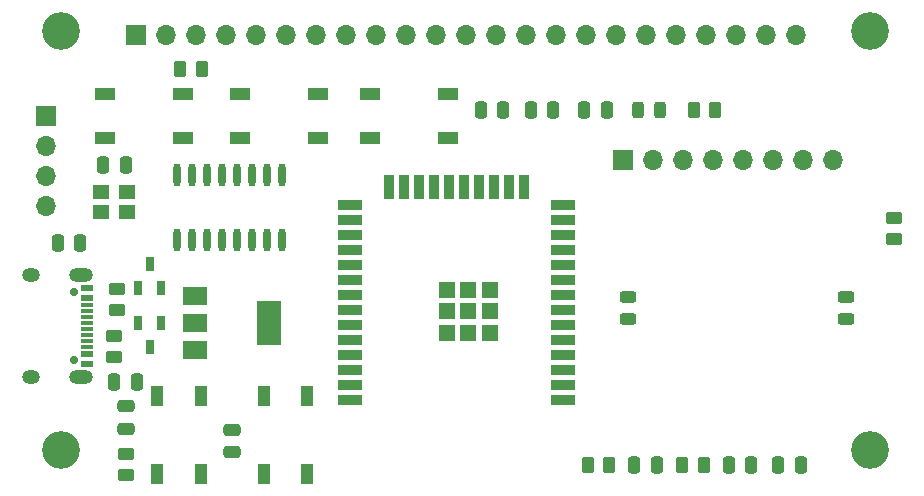
<source format=gbr>
%TF.GenerationSoftware,KiCad,Pcbnew,(6.0.0)*%
%TF.CreationDate,2022-05-03T02:05:07-05:00*%
%TF.ProjectId,Materiales ESP32,4d617465-7269-4616-9c65-732045535033,rev?*%
%TF.SameCoordinates,Original*%
%TF.FileFunction,Soldermask,Top*%
%TF.FilePolarity,Negative*%
%FSLAX46Y46*%
G04 Gerber Fmt 4.6, Leading zero omitted, Abs format (unit mm)*
G04 Created by KiCad (PCBNEW (6.0.0)) date 2022-05-03 02:05:07*
%MOMM*%
%LPD*%
G01*
G04 APERTURE LIST*
G04 Aperture macros list*
%AMRoundRect*
0 Rectangle with rounded corners*
0 $1 Rounding radius*
0 $2 $3 $4 $5 $6 $7 $8 $9 X,Y pos of 4 corners*
0 Add a 4 corners polygon primitive as box body*
4,1,4,$2,$3,$4,$5,$6,$7,$8,$9,$2,$3,0*
0 Add four circle primitives for the rounded corners*
1,1,$1+$1,$2,$3*
1,1,$1+$1,$4,$5*
1,1,$1+$1,$6,$7*
1,1,$1+$1,$8,$9*
0 Add four rect primitives between the rounded corners*
20,1,$1+$1,$2,$3,$4,$5,0*
20,1,$1+$1,$4,$5,$6,$7,0*
20,1,$1+$1,$6,$7,$8,$9,0*
20,1,$1+$1,$8,$9,$2,$3,0*%
G04 Aperture macros list end*
%ADD10RoundRect,0.250000X0.450000X-0.262500X0.450000X0.262500X-0.450000X0.262500X-0.450000X-0.262500X0*%
%ADD11R,1.000000X1.700000*%
%ADD12O,0.600000X1.970000*%
%ADD13R,1.700000X1.700000*%
%ADD14O,1.700000X1.700000*%
%ADD15C,3.200000*%
%ADD16R,0.700000X1.250000*%
%ADD17RoundRect,0.243750X0.456250X-0.243750X0.456250X0.243750X-0.456250X0.243750X-0.456250X-0.243750X0*%
%ADD18RoundRect,0.250000X-0.250000X-0.475000X0.250000X-0.475000X0.250000X0.475000X-0.250000X0.475000X0*%
%ADD19RoundRect,0.250000X-0.475000X0.250000X-0.475000X-0.250000X0.475000X-0.250000X0.475000X0.250000X0*%
%ADD20R,1.700000X1.000000*%
%ADD21RoundRect,0.250000X0.475000X-0.250000X0.475000X0.250000X-0.475000X0.250000X-0.475000X-0.250000X0*%
%ADD22RoundRect,0.250000X0.250000X0.475000X-0.250000X0.475000X-0.250000X-0.475000X0.250000X-0.475000X0*%
%ADD23RoundRect,0.250000X-0.262500X-0.450000X0.262500X-0.450000X0.262500X0.450000X-0.262500X0.450000X0*%
%ADD24R,2.100000X0.950000*%
%ADD25R,0.950000X2.100000*%
%ADD26R,1.330000X1.330000*%
%ADD27RoundRect,0.243750X-0.243750X-0.456250X0.243750X-0.456250X0.243750X0.456250X-0.243750X0.456250X0*%
%ADD28R,1.400000X1.200000*%
%ADD29C,0.700000*%
%ADD30R,1.100000X0.600000*%
%ADD31R,1.100000X0.300000*%
%ADD32O,2.000000X1.200000*%
%ADD33O,1.500000X1.200000*%
%ADD34R,2.000000X1.500000*%
%ADD35R,2.000000X3.800000*%
%ADD36RoundRect,0.250000X-0.450000X0.262500X-0.450000X-0.262500X0.450000X-0.262500X0.450000X0.262500X0*%
G04 APERTURE END LIST*
D10*
%TO.C,R108*%
X178000000Y-125912500D03*
X178000000Y-124087500D03*
%TD*%
D11*
%TO.C,SW106*%
X189650000Y-125800000D03*
X189650000Y-119200000D03*
X193350000Y-125800000D03*
X193350000Y-119200000D03*
%TD*%
D12*
%TO.C,U102*%
X191200000Y-100510000D03*
X189930000Y-100510000D03*
X188660000Y-100510000D03*
X187380000Y-100510000D03*
X186120000Y-100510000D03*
X184850000Y-100510000D03*
X183580000Y-100510000D03*
X182310000Y-100510000D03*
X182310000Y-105990000D03*
X183580000Y-105990000D03*
X184850000Y-105990000D03*
X186120000Y-105990000D03*
X187380000Y-105990000D03*
X188660000Y-105990000D03*
X189930000Y-105990000D03*
X191200000Y-105990000D03*
%TD*%
D13*
%TO.C,J102*%
X220125000Y-99225000D03*
D14*
X222665000Y-99225000D03*
X225205000Y-99225000D03*
X227745000Y-99225000D03*
X230285000Y-99225000D03*
X232825000Y-99225000D03*
X235365000Y-99225000D03*
X237905000Y-99225000D03*
%TD*%
D15*
%TO.C,REF\u002A\u002A*%
X172500000Y-88250000D03*
%TD*%
D16*
%TO.C,Q102*%
X179050000Y-110000000D03*
X180950000Y-110000000D03*
X180000000Y-108000000D03*
%TD*%
D17*
%TO.C,D103*%
X239000000Y-112687500D03*
X239000000Y-110812500D03*
%TD*%
D18*
%TO.C,C106*%
X235150000Y-125000000D03*
X233250000Y-125000000D03*
%TD*%
D19*
%TO.C,C109*%
X178000000Y-121950000D03*
X178000000Y-120050000D03*
%TD*%
D20*
%TO.C,SW102*%
X187700000Y-93650000D03*
X194300000Y-93650000D03*
X187700000Y-97350000D03*
X194300000Y-97350000D03*
%TD*%
D21*
%TO.C,C110*%
X187000000Y-123950000D03*
X187000000Y-122050000D03*
%TD*%
D10*
%TO.C,R104*%
X177000000Y-115912500D03*
X177000000Y-114087500D03*
%TD*%
D22*
%TO.C,C103*%
X174150000Y-106250000D03*
X172250000Y-106250000D03*
%TD*%
D23*
%TO.C,R101*%
X226087500Y-95000000D03*
X227912500Y-95000000D03*
%TD*%
D15*
%TO.C,REF\u002A\u002A*%
X172500000Y-123750000D03*
%TD*%
D11*
%TO.C,SW107*%
X180650000Y-125800000D03*
X180650000Y-119200000D03*
X184350000Y-125800000D03*
X184350000Y-119200000D03*
%TD*%
D24*
%TO.C,U103*%
X215000000Y-119500000D03*
X215000000Y-118230000D03*
X215000000Y-116960000D03*
X215000000Y-115690000D03*
X215000000Y-114420000D03*
X215000000Y-113150000D03*
X215000000Y-111880000D03*
X215000000Y-110610000D03*
X215000000Y-109340000D03*
X215000000Y-108070000D03*
X215000000Y-106800000D03*
X215000000Y-105530000D03*
X215000000Y-104260000D03*
X215000000Y-102990000D03*
D25*
X211710000Y-101500000D03*
X210440000Y-101500000D03*
X209170000Y-101500000D03*
X207900000Y-101500000D03*
X206630000Y-101500000D03*
X205360000Y-101500000D03*
X204090000Y-101500000D03*
X202820000Y-101500000D03*
X201550000Y-101500000D03*
X200280000Y-101500000D03*
D24*
X197000000Y-102990000D03*
X197000000Y-104260000D03*
X197000000Y-105530000D03*
X197000000Y-106800000D03*
X197000000Y-108070000D03*
X197000000Y-109340000D03*
X197000000Y-110610000D03*
X197000000Y-111880000D03*
X197000000Y-113150000D03*
X197000000Y-114420000D03*
X197000000Y-115690000D03*
X197000000Y-116960000D03*
X197000000Y-118230000D03*
X197000000Y-119500000D03*
D26*
X207000000Y-112000000D03*
X205160000Y-110170000D03*
X208840000Y-112000000D03*
X208840000Y-110170000D03*
X205160000Y-113840000D03*
X207000000Y-110170000D03*
X208840000Y-113840000D03*
X205160000Y-112000000D03*
X207000000Y-113840000D03*
%TD*%
D18*
%TO.C,C102*%
X229050000Y-125000000D03*
X230950000Y-125000000D03*
%TD*%
D20*
%TO.C,SW103*%
X198700000Y-93650000D03*
X205300000Y-93650000D03*
X198700000Y-97350000D03*
X205300000Y-97350000D03*
%TD*%
D23*
%TO.C,R107*%
X217087500Y-125000000D03*
X218912500Y-125000000D03*
%TD*%
D27*
%TO.C,D101*%
X221375000Y-95000000D03*
X223250000Y-95000000D03*
%TD*%
D18*
%TO.C,C108*%
X221050000Y-125000000D03*
X222950000Y-125000000D03*
%TD*%
D17*
%TO.C,D102*%
X220500000Y-112687500D03*
X220500000Y-110812500D03*
%TD*%
D22*
%TO.C,C105*%
X178000000Y-99650000D03*
X176100000Y-99650000D03*
%TD*%
D18*
%TO.C,C111*%
X177000000Y-118000000D03*
X178900000Y-118000000D03*
%TD*%
D20*
%TO.C,SW101*%
X176200000Y-93650000D03*
X182800000Y-93650000D03*
X176200000Y-97350000D03*
X182800000Y-97350000D03*
%TD*%
D28*
%TO.C,X101*%
X175900000Y-103630000D03*
X178100000Y-103630000D03*
X178100000Y-101870000D03*
X175900000Y-101870000D03*
%TD*%
D18*
%TO.C,C104*%
X209950000Y-95000000D03*
X208050000Y-95000000D03*
%TD*%
%TO.C,C101*%
X212300000Y-95000000D03*
X214200000Y-95000000D03*
%TD*%
D29*
%TO.C,USB101*%
X173632500Y-116140000D03*
X173632500Y-110360000D03*
D30*
X174712500Y-110050000D03*
X174712500Y-110850000D03*
D31*
X174712500Y-111500000D03*
X174712500Y-112000000D03*
X174712500Y-112500000D03*
X174712500Y-113000000D03*
X174712500Y-113500000D03*
X174712500Y-114000000D03*
X174712500Y-114500000D03*
X174712500Y-115000000D03*
D30*
X174712500Y-115650000D03*
X174712500Y-116450000D03*
D32*
X174162500Y-108930000D03*
D33*
X169952500Y-108930000D03*
X169952500Y-117570000D03*
D32*
X174162500Y-117570000D03*
%TD*%
D13*
%TO.C,J103*%
X178825000Y-88625000D03*
D14*
X181365000Y-88625000D03*
X183905000Y-88625000D03*
X186445000Y-88625000D03*
X188985000Y-88625000D03*
X191525000Y-88625000D03*
X194065000Y-88625000D03*
X196605000Y-88625000D03*
X199145000Y-88625000D03*
X201685000Y-88625000D03*
X204225000Y-88625000D03*
X206765000Y-88625000D03*
X209305000Y-88625000D03*
X211845000Y-88625000D03*
X214385000Y-88625000D03*
X216925000Y-88625000D03*
X219465000Y-88625000D03*
X222005000Y-88625000D03*
X224545000Y-88625000D03*
X227085000Y-88625000D03*
X229625000Y-88625000D03*
X232165000Y-88625000D03*
X234705000Y-88625000D03*
%TD*%
D15*
%TO.C,REF\u002A\u002A*%
X241000000Y-88250000D03*
%TD*%
D10*
%TO.C,R105*%
X177250000Y-111912500D03*
X177250000Y-110087500D03*
%TD*%
D13*
%TO.C,J101*%
X171275000Y-95450000D03*
D14*
X171275000Y-97990000D03*
X171275000Y-100530000D03*
X171275000Y-103070000D03*
%TD*%
D23*
%TO.C,R102*%
X225087500Y-125000000D03*
X226912500Y-125000000D03*
%TD*%
D18*
%TO.C,C107*%
X216800000Y-95000000D03*
X218700000Y-95000000D03*
%TD*%
D34*
%TO.C,U101*%
X183850000Y-110700000D03*
D35*
X190150000Y-113000000D03*
D34*
X183850000Y-113000000D03*
X183850000Y-115300000D03*
%TD*%
D16*
%TO.C,Q101*%
X180950000Y-113000000D03*
X179050000Y-113000000D03*
X180000000Y-115000000D03*
%TD*%
D15*
%TO.C,REF\u002A\u002A*%
X241000000Y-123750000D03*
%TD*%
D36*
%TO.C,R103*%
X243000000Y-104087500D03*
X243000000Y-105912500D03*
%TD*%
D23*
%TO.C,R106*%
X182587500Y-91500000D03*
X184412500Y-91500000D03*
%TD*%
M02*

</source>
